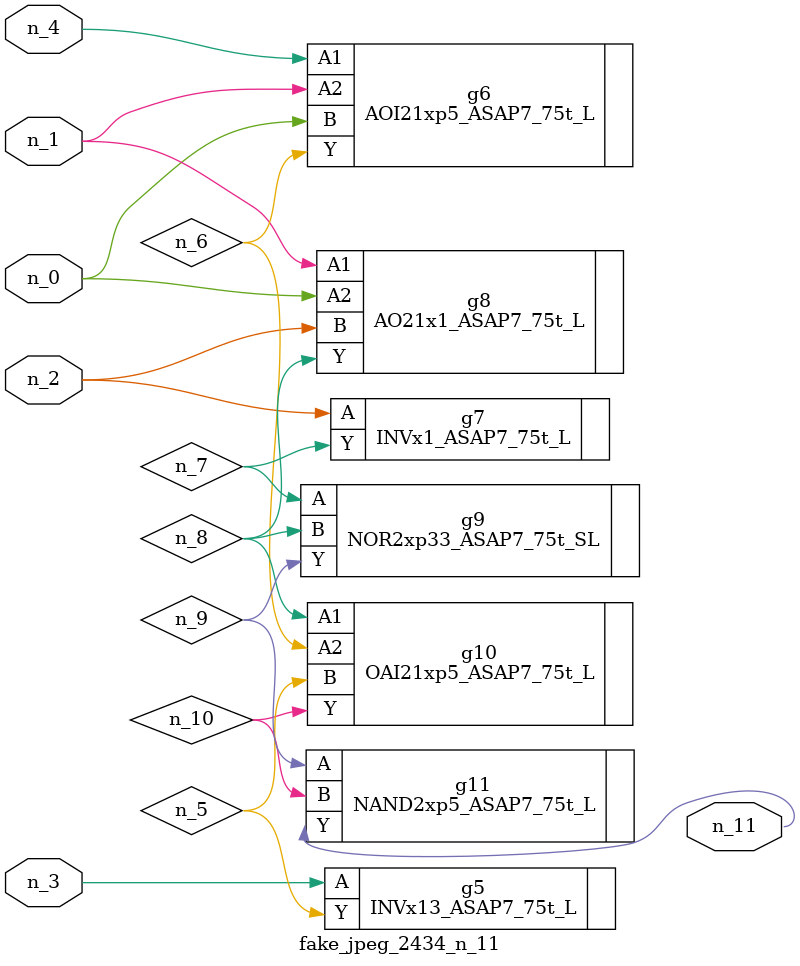
<source format=v>
module fake_jpeg_2434_n_11 (n_3, n_2, n_1, n_0, n_4, n_11);

input n_3;
input n_2;
input n_1;
input n_0;
input n_4;

output n_11;

wire n_10;
wire n_8;
wire n_9;
wire n_6;
wire n_5;
wire n_7;

INVx13_ASAP7_75t_L g5 ( 
.A(n_3),
.Y(n_5)
);

AOI21xp5_ASAP7_75t_L g6 ( 
.A1(n_4),
.A2(n_1),
.B(n_0),
.Y(n_6)
);

INVx1_ASAP7_75t_L g7 ( 
.A(n_2),
.Y(n_7)
);

AO21x1_ASAP7_75t_L g8 ( 
.A1(n_1),
.A2(n_0),
.B(n_2),
.Y(n_8)
);

NOR2xp33_ASAP7_75t_SL g9 ( 
.A(n_7),
.B(n_8),
.Y(n_9)
);

NAND2xp5_ASAP7_75t_L g11 ( 
.A(n_9),
.B(n_10),
.Y(n_11)
);

OAI21xp5_ASAP7_75t_L g10 ( 
.A1(n_8),
.A2(n_6),
.B(n_5),
.Y(n_10)
);


endmodule
</source>
